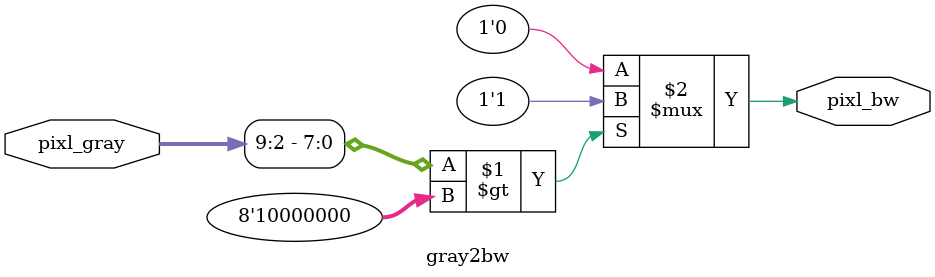
<source format=sv>
module gray2bw (input logic [9:0] pixl_gray,
					 output logic pixl_bw);

	assign pixl_bw = (pixl_gray[9:2] > 8'h80)? 1'b1 : 1'b0;		 
					 
endmodule
</source>
